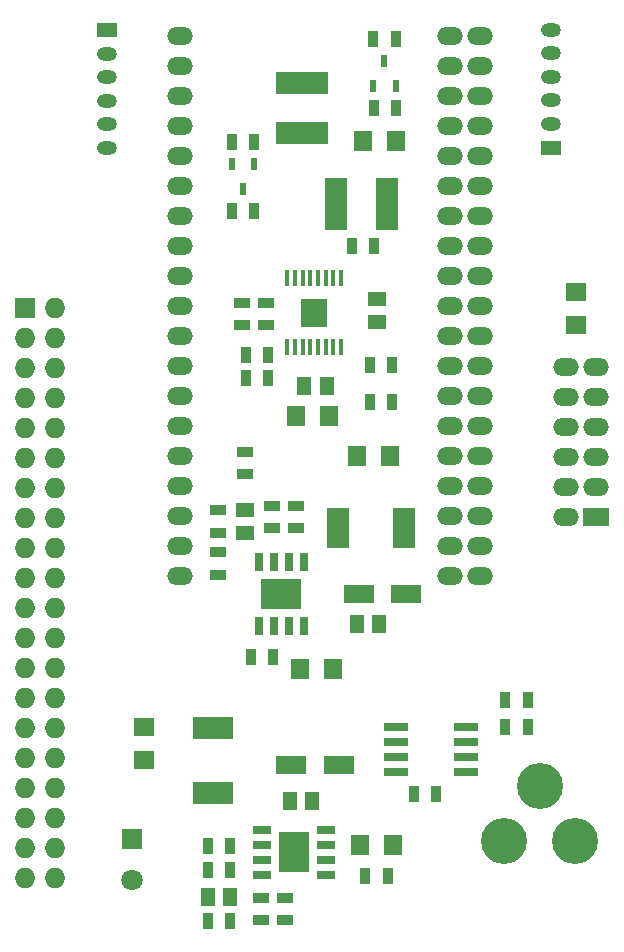
<source format=gbr>
%TF.GenerationSoftware,KiCad,Pcbnew,5.1.10-88a1d61d58~90~ubuntu20.04.1*%
%TF.CreationDate,2021-10-22T14:45:26-03:00*%
%TF.ProjectId,IAuto,49417574-6f2e-46b6-9963-61645f706362,rev?*%
%TF.SameCoordinates,Original*%
%TF.FileFunction,Soldermask,Top*%
%TF.FilePolarity,Negative*%
%FSLAX46Y46*%
G04 Gerber Fmt 4.6, Leading zero omitted, Abs format (unit mm)*
G04 Created by KiCad (PCBNEW 5.1.10-88a1d61d58~90~ubuntu20.04.1) date 2021-10-22 14:45:26*
%MOMM*%
%LPD*%
G01*
G04 APERTURE LIST*
%ADD10C,1.800000*%
%ADD11R,1.800000X1.800000*%
%ADD12O,2.200000X1.500000*%
%ADD13R,1.900000X4.440000*%
%ADD14R,0.450000X1.475000*%
%ADD15R,2.310000X2.460000*%
%ADD16R,0.889000X1.397000*%
%ADD17R,1.700000X1.200000*%
%ADD18O,1.700000X1.200000*%
%ADD19R,2.200000X1.500000*%
%ADD20R,0.599440X1.000760*%
%ADD21O,3.900000X3.900000*%
%ADD22R,1.600200X1.803400*%
%ADD23R,1.803400X1.600200*%
%ADD24R,1.850000X3.400000*%
%ADD25R,3.400000X1.850000*%
%ADD26R,0.700000X1.525000*%
%ADD27R,3.450000X2.560000*%
%ADD28R,1.525000X0.700000*%
%ADD29R,2.560000X3.450000*%
%ADD30R,1.727200X1.727200*%
%ADD31O,1.727200X1.727200*%
%ADD32R,1.397000X0.889000*%
%ADD33R,2.000000X0.711200*%
%ADD34R,4.440000X1.900000*%
%ADD35R,2.500000X1.620000*%
%ADD36R,1.498600X1.300480*%
%ADD37R,1.300480X1.498600*%
G04 APERTURE END LIST*
D10*
%TO.C,C12*%
X132765800Y-115313400D03*
D11*
X132765800Y-111813400D03*
%TD*%
D12*
%TO.C,U1*%
X159672000Y-48935000D03*
X159672000Y-61635000D03*
X159672000Y-74335000D03*
X159672000Y-43855000D03*
X159672000Y-59095000D03*
X159672000Y-46395000D03*
X159672000Y-54015000D03*
X159672000Y-64175000D03*
X159672000Y-51475000D03*
X159672000Y-79415000D03*
X159672000Y-56555000D03*
X159672000Y-89575000D03*
X159672000Y-87035000D03*
X159672000Y-66715000D03*
X159672000Y-71795000D03*
X159672000Y-76875000D03*
X159672000Y-84495000D03*
X159672000Y-81955000D03*
X159672000Y-69255000D03*
X136812000Y-64175000D03*
X136812000Y-66715000D03*
X136812000Y-69255000D03*
X136812000Y-71795000D03*
X136812000Y-74335000D03*
X136812000Y-76875000D03*
X136812000Y-43855000D03*
X136812000Y-51475000D03*
X136812000Y-54015000D03*
X136812000Y-46395000D03*
X136812000Y-48935000D03*
X136812000Y-56555000D03*
X136812000Y-59095000D03*
X136812000Y-61635000D03*
X136812000Y-79415000D03*
X136812000Y-89575000D03*
X136812000Y-87035000D03*
X136812000Y-84495000D03*
X136812000Y-81955000D03*
X162212000Y-81955000D03*
X162212000Y-84495000D03*
X162212000Y-87035000D03*
X162212000Y-89575000D03*
X162212000Y-43855000D03*
X162212000Y-76875000D03*
X162212000Y-74335000D03*
X162212000Y-71795000D03*
X162212000Y-69255000D03*
X162212000Y-66715000D03*
X162212000Y-79415000D03*
X162212000Y-56555000D03*
X162212000Y-48935000D03*
X162212000Y-61635000D03*
X162212000Y-59095000D03*
X162212000Y-46395000D03*
X162212000Y-54015000D03*
X162212000Y-51475000D03*
X162212000Y-64175000D03*
%TD*%
D13*
%TO.C,F4*%
X150088600Y-58064400D03*
X154338600Y-58064400D03*
%TD*%
D14*
%TO.C,U4*%
X150475000Y-64318000D03*
X149825000Y-64318000D03*
X149175000Y-64318000D03*
X148525000Y-64318000D03*
X147875000Y-64318000D03*
X147225000Y-64318000D03*
X146575000Y-64318000D03*
X145925000Y-64318000D03*
X145925000Y-70194000D03*
X146575000Y-70194000D03*
X147225000Y-70194000D03*
X147875000Y-70194000D03*
X148525000Y-70194000D03*
X149175000Y-70194000D03*
X149825000Y-70194000D03*
X150475000Y-70194000D03*
D15*
X148200000Y-67256000D03*
%TD*%
D16*
%TO.C,R16*%
X151396700Y-61620400D03*
X153301700Y-61620400D03*
%TD*%
D17*
%TO.C,J5*%
X168275000Y-53283480D03*
D18*
X168275000Y-51281960D03*
X168275000Y-43293660D03*
X168275000Y-47281460D03*
X168275000Y-45292640D03*
X168275000Y-49280440D03*
%TD*%
D17*
%TO.C,J4*%
X130708400Y-43316520D03*
D18*
X130708400Y-45318040D03*
X130708400Y-53306340D03*
X130708400Y-49318540D03*
X130708400Y-51307360D03*
X130708400Y-47319560D03*
%TD*%
D12*
%TO.C,P2*%
X169545000Y-79502000D03*
X169545000Y-74422000D03*
X172085000Y-74422000D03*
X172085000Y-71882000D03*
X169545000Y-82042000D03*
X169545000Y-76962000D03*
D19*
X172085000Y-84582000D03*
D12*
X172085000Y-82042000D03*
X169545000Y-71882000D03*
X169545000Y-84582000D03*
X172085000Y-76962000D03*
X172085000Y-79502000D03*
%TD*%
D20*
%TO.C,Q3*%
X141209900Y-54665360D03*
X142162400Y-56778640D03*
X143114900Y-54665360D03*
%TD*%
D16*
%TO.C,R17*%
X141209900Y-52801000D03*
X143114900Y-52801000D03*
%TD*%
%TO.C,R19*%
X141209900Y-58643000D03*
X143114900Y-58643000D03*
%TD*%
D21*
%TO.C,J1*%
X164300000Y-112000000D03*
X167300000Y-107300000D03*
X170300000Y-112000000D03*
%TD*%
D16*
%TO.C,R29*%
X154825700Y-74777600D03*
X152920700Y-74777600D03*
%TD*%
%TO.C,R28*%
X142422500Y-70800000D03*
X144327500Y-70800000D03*
%TD*%
%TO.C,R27*%
X154827500Y-71700000D03*
X152922500Y-71700000D03*
%TD*%
%TO.C,R26*%
X142422500Y-72750000D03*
X144327500Y-72750000D03*
%TD*%
D22*
%TO.C,C8*%
X151857000Y-79363000D03*
X154651000Y-79363000D03*
%TD*%
D23*
%TO.C,C7*%
X133769100Y-102362000D03*
X133769100Y-105156000D03*
%TD*%
D22*
%TO.C,C2*%
X147031000Y-97397000D03*
X149825000Y-97397000D03*
%TD*%
%TO.C,C1*%
X152097000Y-112285000D03*
X154891000Y-112285000D03*
%TD*%
D24*
%TO.C,J3*%
X155775000Y-85459000D03*
X150225000Y-85459000D03*
%TD*%
D25*
%TO.C,J2*%
X139625600Y-102398000D03*
X139625600Y-107948000D03*
%TD*%
D26*
%TO.C,U3*%
X144770400Y-93759000D03*
X146040400Y-93759000D03*
X143500400Y-93759000D03*
X143500400Y-88335000D03*
D27*
X145405400Y-91047000D03*
D26*
X147310400Y-88335000D03*
X144770400Y-88335000D03*
X146040400Y-88335000D03*
X147310400Y-93759000D03*
%TD*%
D28*
%TO.C,U2*%
X149221000Y-113555000D03*
X149221000Y-112285000D03*
X149221000Y-114825000D03*
X143797000Y-114825000D03*
D29*
X146509000Y-112920000D03*
D28*
X143797000Y-111015000D03*
X143797000Y-113555000D03*
X143797000Y-112285000D03*
X149221000Y-111015000D03*
%TD*%
D30*
%TO.C,P1*%
X123730000Y-66870000D03*
D31*
X126270000Y-66870000D03*
X123730000Y-69410000D03*
X126270000Y-69410000D03*
X123730000Y-71950000D03*
X126270000Y-71950000D03*
X123730000Y-74490000D03*
X126270000Y-74490000D03*
X123730000Y-77030000D03*
X126270000Y-77030000D03*
X123730000Y-79570000D03*
X126270000Y-79570000D03*
X123730000Y-82110000D03*
X126270000Y-82110000D03*
X123730000Y-84650000D03*
X126270000Y-84650000D03*
X123730000Y-87190000D03*
X126270000Y-87190000D03*
X123730000Y-89730000D03*
X126270000Y-89730000D03*
X123730000Y-92270000D03*
X126270000Y-92270000D03*
X123730000Y-94810000D03*
X126270000Y-94810000D03*
X123730000Y-97350000D03*
X126270000Y-97350000D03*
X123730000Y-99890000D03*
X126270000Y-99890000D03*
X123730000Y-102430000D03*
X126270000Y-102430000D03*
X123730000Y-104970000D03*
X126270000Y-104970000D03*
X123730000Y-107510000D03*
X126270000Y-107510000D03*
X123730000Y-110050000D03*
X126270000Y-110050000D03*
X123730000Y-112590000D03*
X126270000Y-112590000D03*
X123730000Y-115130000D03*
X126270000Y-115130000D03*
%TD*%
D32*
%TO.C,R25*%
X142104000Y-68335500D03*
X142104000Y-66430500D03*
%TD*%
%TO.C,R24*%
X144136000Y-68335500D03*
X144136000Y-66430500D03*
%TD*%
D16*
%TO.C,R23*%
X155114500Y-44092000D03*
X153209500Y-44092000D03*
%TD*%
%TO.C,R21*%
X155178000Y-49934000D03*
X153273000Y-49934000D03*
%TD*%
%TO.C,R15*%
X158552500Y-108000000D03*
X156647500Y-108000000D03*
%TD*%
D32*
%TO.C,R14*%
X142341600Y-79006700D03*
X142341600Y-80911700D03*
%TD*%
D16*
%TO.C,R13*%
X141111500Y-118762000D03*
X139206500Y-118762000D03*
%TD*%
D32*
%TO.C,R12*%
X140046000Y-85903500D03*
X140046000Y-83998500D03*
%TD*%
%TO.C,R11*%
X145747000Y-116793500D03*
X145747000Y-118698500D03*
%TD*%
%TO.C,R10*%
X140046000Y-89459500D03*
X140046000Y-87554500D03*
%TD*%
%TO.C,R9*%
X143715000Y-118698500D03*
X143715000Y-116793500D03*
%TD*%
D16*
%TO.C,R8*%
X142849600Y-96367600D03*
X144754600Y-96367600D03*
%TD*%
%TO.C,R7*%
X154446500Y-114952000D03*
X152541500Y-114952000D03*
%TD*%
D32*
%TO.C,R6*%
X146650000Y-83598500D03*
X146650000Y-85503500D03*
%TD*%
%TO.C,R5*%
X144618000Y-85503500D03*
X144618000Y-83598500D03*
%TD*%
D16*
%TO.C,R4*%
X139206500Y-114444000D03*
X141111500Y-114444000D03*
%TD*%
%TO.C,R3*%
X141111500Y-112412000D03*
X139206500Y-112412000D03*
%TD*%
%TO.C,R2*%
X164388500Y-100029000D03*
X166293500Y-100029000D03*
%TD*%
%TO.C,R1*%
X166293500Y-102315000D03*
X164388500Y-102315000D03*
%TD*%
D20*
%TO.C,Q5*%
X155114500Y-48069640D03*
X154162000Y-45956360D03*
X153209500Y-48069640D03*
%TD*%
D33*
%TO.C,Q1*%
X161100000Y-102305000D03*
X161100000Y-103575000D03*
X161100000Y-104845000D03*
X161100000Y-106115000D03*
X155100000Y-106115000D03*
X155100000Y-104845000D03*
X155100000Y-103575000D03*
X155100000Y-102305000D03*
%TD*%
D34*
%TO.C,F3*%
X147193000Y-52061400D03*
X147193000Y-47811400D03*
%TD*%
D23*
%TO.C,F2*%
X170350000Y-68294000D03*
X170350000Y-65500000D03*
%TD*%
D22*
%TO.C,F1*%
X152323800Y-52705000D03*
X155117800Y-52705000D03*
%TD*%
D35*
%TO.C,D2*%
X152016000Y-91047000D03*
X156016000Y-91047000D03*
%TD*%
%TO.C,D1*%
X146287000Y-105554000D03*
X150287000Y-105554000D03*
%TD*%
D36*
%TO.C,C11*%
X153492200Y-66128900D03*
X153492200Y-68033900D03*
%TD*%
D37*
%TO.C,C10*%
X147358100Y-73431400D03*
X149263100Y-73431400D03*
%TD*%
D22*
%TO.C,C9*%
X146685000Y-75996800D03*
X149479000Y-75996800D03*
%TD*%
D37*
%TO.C,C6*%
X153698500Y-93587000D03*
X151793500Y-93587000D03*
%TD*%
%TO.C,C5*%
X146128000Y-108602000D03*
X148033000Y-108602000D03*
%TD*%
D36*
%TO.C,C4*%
X142332000Y-85903500D03*
X142332000Y-83998500D03*
%TD*%
D37*
%TO.C,C3*%
X141111500Y-116730000D03*
X139206500Y-116730000D03*
%TD*%
M02*

</source>
